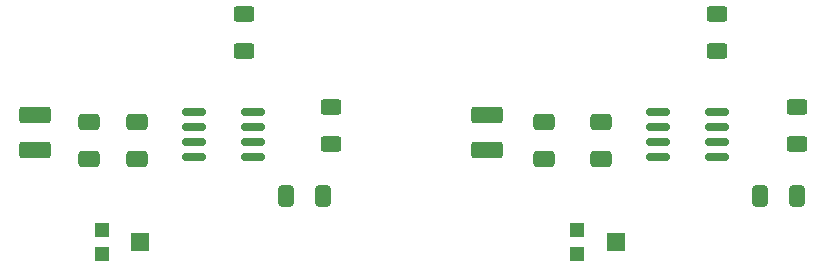
<source format=gbr>
%TF.GenerationSoftware,KiCad,Pcbnew,(5.99.0-12960-gccd3a1e6a9)*%
%TF.CreationDate,2021-11-17T23:12:52-08:00*%
%TF.ProjectId,Team2EpicDiceRoller,5465616d-3245-4706-9963-44696365526f,rev?*%
%TF.SameCoordinates,Original*%
%TF.FileFunction,Paste,Top*%
%TF.FilePolarity,Positive*%
%FSLAX46Y46*%
G04 Gerber Fmt 4.6, Leading zero omitted, Abs format (unit mm)*
G04 Created by KiCad (PCBNEW (5.99.0-12960-gccd3a1e6a9)) date 2021-11-17 23:12:52*
%MOMM*%
%LPD*%
G01*
G04 APERTURE LIST*
G04 Aperture macros list*
%AMRoundRect*
0 Rectangle with rounded corners*
0 $1 Rounding radius*
0 $2 $3 $4 $5 $6 $7 $8 $9 X,Y pos of 4 corners*
0 Add a 4 corners polygon primitive as box body*
4,1,4,$2,$3,$4,$5,$6,$7,$8,$9,$2,$3,0*
0 Add four circle primitives for the rounded corners*
1,1,$1+$1,$2,$3*
1,1,$1+$1,$4,$5*
1,1,$1+$1,$6,$7*
1,1,$1+$1,$8,$9*
0 Add four rect primitives between the rounded corners*
20,1,$1+$1,$2,$3,$4,$5,0*
20,1,$1+$1,$4,$5,$6,$7,0*
20,1,$1+$1,$6,$7,$8,$9,0*
20,1,$1+$1,$8,$9,$2,$3,0*%
G04 Aperture macros list end*
%ADD10RoundRect,0.250000X0.625000X-0.400000X0.625000X0.400000X-0.625000X0.400000X-0.625000X-0.400000X0*%
%ADD11RoundRect,0.150000X-0.825000X-0.150000X0.825000X-0.150000X0.825000X0.150000X-0.825000X0.150000X0*%
%ADD12RoundRect,0.250001X-1.074999X0.462499X-1.074999X-0.462499X1.074999X-0.462499X1.074999X0.462499X0*%
%ADD13RoundRect,0.250000X0.650000X-0.412500X0.650000X0.412500X-0.650000X0.412500X-0.650000X-0.412500X0*%
%ADD14R,1.200000X1.200000*%
%ADD15R,1.500000X1.600000*%
%ADD16RoundRect,0.250000X0.412500X0.650000X-0.412500X0.650000X-0.412500X-0.650000X0.412500X-0.650000X0*%
G04 APERTURE END LIST*
D10*
%TO.C,R8*%
X132325000Y-46550000D03*
X132325000Y-43450000D03*
%TD*%
D11*
%TO.C,U3*%
X120725000Y-43845000D03*
X120725000Y-45115000D03*
X120725000Y-46385000D03*
X120725000Y-47655000D03*
X125675000Y-47655000D03*
X125675000Y-46385000D03*
X125675000Y-45115000D03*
X125675000Y-43845000D03*
%TD*%
D12*
%TO.C,L2*%
X107275000Y-44107500D03*
X107275000Y-47082500D03*
%TD*%
D10*
%TO.C,R7*%
X165000000Y-38650000D03*
X165000000Y-35550000D03*
%TD*%
D13*
%TO.C,C16*%
X150300000Y-47787500D03*
X150300000Y-44662500D03*
%TD*%
%TO.C,C2*%
X155175000Y-47787500D03*
X155175000Y-44662500D03*
%TD*%
D10*
%TO.C,R5*%
X171800000Y-46550000D03*
X171800000Y-43450000D03*
%TD*%
D14*
%TO.C,RV2*%
X112875000Y-53825000D03*
D15*
X116125000Y-54825000D03*
D14*
X112875000Y-55825000D03*
%TD*%
D12*
%TO.C,L1*%
X145500000Y-44107500D03*
X145500000Y-47082500D03*
%TD*%
D16*
%TO.C,C1*%
X171787500Y-50950000D03*
X168662500Y-50950000D03*
%TD*%
D11*
%TO.C,U1*%
X160000000Y-43845000D03*
X160000000Y-45115000D03*
X160000000Y-46385000D03*
X160000000Y-47655000D03*
X164950000Y-47655000D03*
X164950000Y-46385000D03*
X164950000Y-45115000D03*
X164950000Y-43845000D03*
%TD*%
D14*
%TO.C,RV1*%
X153150000Y-53825000D03*
D15*
X156400000Y-54825000D03*
D14*
X153150000Y-55825000D03*
%TD*%
D13*
%TO.C,C17*%
X111825000Y-47787500D03*
X111825000Y-44662500D03*
%TD*%
D16*
%TO.C,C4*%
X131587500Y-50950000D03*
X128462500Y-50950000D03*
%TD*%
D13*
%TO.C,C5*%
X115900000Y-47787500D03*
X115900000Y-44662500D03*
%TD*%
D10*
%TO.C,R10*%
X124925000Y-38650000D03*
X124925000Y-35550000D03*
%TD*%
M02*

</source>
